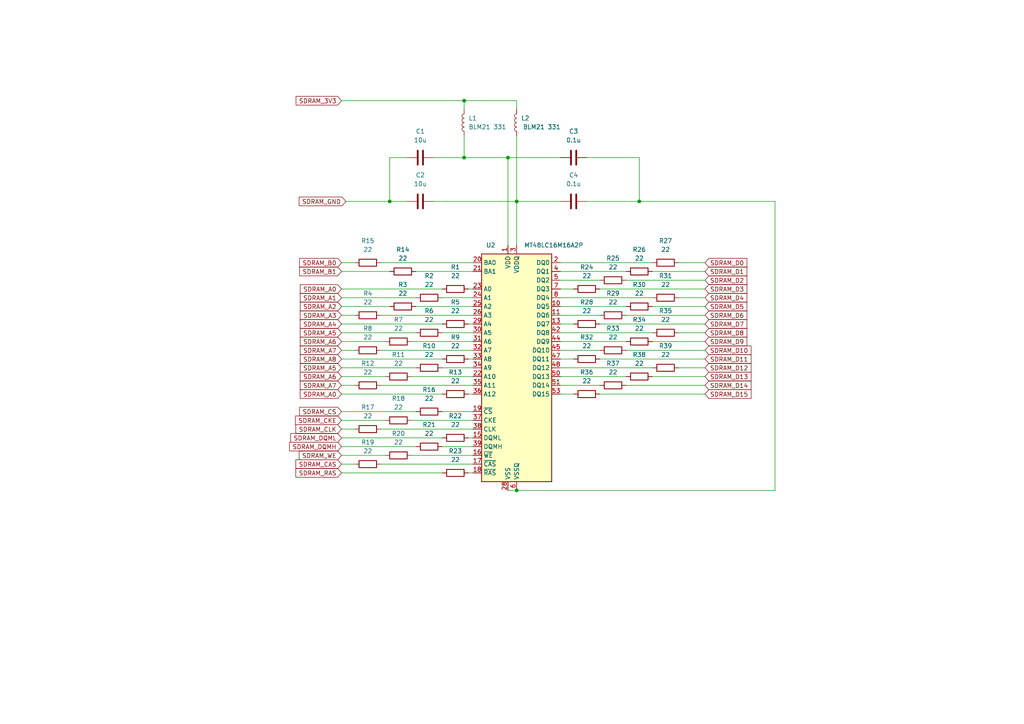
<source format=kicad_sch>
(kicad_sch (version 20250114) (generator "eeschema") (generator_version "9.0")
  (paper "A4")
  (lib_symbols
    (symbol "Device:C" (pin_numbers (hide yes)) (pin_names (offset 0.254))
      (property "Reference" "C" (at 0.635 2.54 0))
      (property "Value" "C" (at 0.635 -2.54 0))
      (symbol "C_0_1"
        (polyline (pts (xy -2.032 0.762) (xy 2.032 0.762)) (stroke (width 0.508)))
        (polyline (pts (xy -2.032 -0.762) (xy 2.032 -0.762)) (stroke (width 0.508)))
      )
      (symbol "C_1_1"
        (pin passive line (at 0 3.81 270) (length 2.794) (name "~") (number "1"))
        (pin passive line (at 0 -3.81 90) (length 2.794) (name "~") (number "2"))
      )
    )
    (symbol "Device:L" (pin_numbers (hide yes)) (pin_names (offset 1.016) (hide yes))
      (property "Reference" "L" (at -1.27 0 90))
      (property "Value" "L" (at 1.905 0 90))
      (symbol "L_0_1"
        (arc (start 0 2.54) (mid 0.6323 1.905) (end 0 1.27))
        (arc (start 0 1.27) (mid 0.6323 0.635) (end 0 0))
        (arc (start 0 0) (mid 0.6323 -0.635) (end 0 -1.27))
        (arc (start 0 -1.27) (mid 0.6323 -1.905) (end 0 -2.54))
      )
      (symbol "L_1_1"
        (pin passive line (at 0 3.81 270) (length 1.27) (name "1") (number "1"))
        (pin passive line (at 0 -3.81 90) (length 1.27) (name "2") (number "2"))
      )
    )
    (symbol "Device:R" (pin_numbers (hide yes)) (pin_names (offset 0))
      (property "Reference" "R" (at 2.032 0 90))
      (property "Value" "R" (at 0 0 90))
      (symbol "R_0_1"
        (rectangle (start -1.016 -2.54) (end 1.016 2.54) (stroke (width 0.254)))
      )
      (symbol "R_1_1"
        (pin passive line (at 0 3.81 270) (length 1.27) (name "~") (number "1"))
        (pin passive line (at 0 -3.81 90) (length 1.27) (name "~") (number "2"))
      )
    )
    (symbol "Memory_RAM:MT48LC16M16A2P"
      (property "Reference" "U" (at -8.89 34.29 0))
      (property "Value" "MT48LC16M16A2P" (at 8.89 34.29 0))
      (symbol "MT48LC16M16A2P_0_1"
        (rectangle (start -10.16 33.02) (end 10.16 -33.02) (stroke (width 0.254)) (fill (type background)))
      )
      (symbol "MT48LC16M16A2P_1_1"
        (pin input line (at -12.7 30.48 0) (length 2.54) (name "BA0") (number "20"))
        (pin input line (at -12.7 27.94 0) (length 2.54) (name "BA1") (number "21"))
        (pin input line (at -12.7 22.86 0) (length 2.54) (name "A0") (number "23"))
        (pin input line (at -12.7 20.32 0) (length 2.54) (name "A1") (number "24"))
        (pin input line (at -12.7 17.78 0) (length 2.54) (name "A2") (number "25"))
        (pin input line (at -12.7 15.24 0) (length 2.54) (name "A3") (number "26"))
        (pin input line (at -12.7 12.7 0) (length 2.54) (name "A4") (number "29"))
        (pin input line (at -12.7 10.16 0) (length 2.54) (name "A5") (number "30"))
        (pin input line (at -12.7 7.62 0) (length 2.54) (name "A6") (number "31"))
        (pin input line (at -12.7 5.08 0) (length 2.54) (name "A7") (number "32"))
        (pin input line (at -12.7 2.54 0) (length 2.54) (name "A8") (number "33"))
        (pin input line (at -12.7 0 0) (length 2.54) (name "A9") (number "34"))
        (pin input line (at -12.7 -2.54 0) (length 2.54) (name "A10") (number "22"))
        (pin input line (at -12.7 -5.08 0) (length 2.54) (name "A11") (number "35"))
        (pin input line (at -12.7 -7.62 0) (length 2.54) (name "A12") (number "36"))
        (pin input line (at -12.7 -12.7 0) (length 2.54) (name "~{CS}") (number "19"))
        (pin input line (at -12.7 -15.24 0) (length 2.54) (name "CKE") (number "37"))
        (pin input line (at -12.7 -17.78 0) (length 2.54) (name "CLK") (number "38"))
        (pin input line (at -12.7 -20.32 0) (length 2.54) (name "DQML") (number "15"))
        (pin input line (at -12.7 -22.86 0) (length 2.54) (name "DQMH") (number "39"))
        (pin input line (at -12.7 -25.4 0) (length 2.54) (name "~{WE}") (number "16"))
        (pin input line (at -12.7 -27.94 0) (length 2.54) (name "~{CAS}") (number "17"))
        (pin input line (at -12.7 -30.48 0) (length 2.54) (name "~{RAS}") (number "18"))
        (pin power_in line (at -2.54 35.56 270) (length 2.54) (name "VDD") (number "1"))
        (pin passive line (at -2.54 35.56 270) (length 2.54) (hide yes) (name "VDD") (number "14"))
        (pin passive line (at -2.54 35.56 270) (length 2.54) (hide yes) (name "VDD") (number "27"))
        (pin power_in line (at -2.54 -35.56 90) (length 2.54) (name "VSS") (number "28"))
        (pin passive line (at -2.54 -35.56 90) (length 2.54) (hide yes) (name "VSS") (number "41"))
        (pin passive line (at -2.54 -35.56 90) (length 2.54) (hide yes) (name "VSS") (number "54"))
        (pin power_in line (at 0 35.56 270) (length 2.54) (name "VDDQ") (number "3"))
        (pin passive line (at 0 35.56 270) (length 2.54) (hide yes) (name "VDDQ") (number "43"))
        (pin passive line (at 0 35.56 270) (length 2.54) (hide yes) (name "VDDQ") (number "49"))
        (pin passive line (at 0 35.56 270) (length 2.54) (hide yes) (name "VDDQ") (number "9"))
        (pin passive line (at 0 -35.56 90) (length 2.54) (hide yes) (name "VSSQ") (number "12"))
        (pin passive line (at 0 -35.56 90) (length 2.54) (hide yes) (name "VSSQ") (number "46"))
        (pin passive line (at 0 -35.56 90) (length 2.54) (hide yes) (name "VSSQ") (number "52"))
        (pin power_in line (at 0 -35.56 90) (length 2.54) (name "VSSQ") (number "6"))
        (pin no_connect line (at 10.16 -20.32 180) (length 2.54) (hide yes) (name "NC") (number "40"))
        (pin bidirectional line (at 12.7 30.48 180) (length 2.54) (name "DQ0") (number "2"))
        (pin bidirectional line (at 12.7 27.94 180) (length 2.54) (name "DQ1") (number "4"))
        (pin bidirectional line (at 12.7 25.4 180) (length 2.54) (name "DQ2") (number "5"))
        (pin bidirectional line (at 12.7 22.86 180) (length 2.54) (name "DQ3") (number "7"))
        (pin bidirectional line (at 12.7 20.32 180) (length 2.54) (name "DQ4") (number "8"))
        (pin bidirectional line (at 12.7 17.78 180) (length 2.54) (name "DQ5") (number "10"))
        (pin bidirectional line (at 12.7 15.24 180) (length 2.54) (name "DQ6") (number "11"))
        (pin bidirectional line (at 12.7 12.7 180) (length 2.54) (name "DQ7") (number "13"))
        (pin bidirectional line (at 12.7 10.16 180) (length 2.54) (name "DQ8") (number "42"))
        (pin bidirectional line (at 12.7 7.62 180) (length 2.54) (name "DQ9") (number "44"))
        (pin bidirectional line (at 12.7 5.08 180) (length 2.54) (name "DQ10") (number "45"))
        (pin bidirectional line (at 12.7 2.54 180) (length 2.54) (name "DQ11") (number "47"))
        (pin bidirectional line (at 12.7 0 180) (length 2.54) (name "DQ12") (number "48"))
        (pin bidirectional line (at 12.7 -2.54 180) (length 2.54) (name "DQ13") (number "50"))
        (pin bidirectional line (at 12.7 -5.08 180) (length 2.54) (name "DQ14") (number "51"))
        (pin bidirectional line (at 12.7 -7.62 180) (length 2.54) (name "DQ15") (number "53"))
      )
    )
  )
  (junction (at 149.86 142.24))
  (junction (at 185.42 58.42))
  (junction (at 149.86 58.42))
  (junction (at 134.62 29.21))
  (junction (at 147.32 45.72))
  (junction (at 113.03 58.42))
  (junction (at 134.62 45.72))
  (wire (pts (xy 181.61 91.44) (xy 204.47 91.44)))
  (wire (pts (xy 162.56 78.74) (xy 181.61 78.74)))
  (wire (pts (xy 189.23 109.22) (xy 204.47 109.22)))
  (wire (pts (xy 128.27 129.54) (xy 137.16 129.54)))
  (wire (pts (xy 110.49 76.2) (xy 137.16 76.2)))
  (wire (pts (xy 162.56 106.68) (xy 189.23 106.68)))
  (wire (pts (xy 162.56 101.6) (xy 173.99 101.6)))
  (wire (pts (xy 149.86 142.24) (xy 224.79 142.24)))
  (wire (pts (xy 99.06 91.44) (xy 102.87 91.44)))
  (wire (pts (xy 128.27 119.38) (xy 137.16 119.38)))
  (wire (pts (xy 181.61 101.6) (xy 204.47 101.6)))
  (wire (pts (xy 173.99 93.98) (xy 204.47 93.98)))
  (wire (pts (xy 134.62 29.21) (xy 149.86 29.21)))
  (wire (pts (xy 100.33 58.42) (xy 113.03 58.42)))
  (wire (pts (xy 119.38 109.22) (xy 137.16 109.22)))
  (wire (pts (xy 99.06 93.98) (xy 128.27 93.98)))
  (wire (pts (xy 99.06 124.46) (xy 102.87 124.46)))
  (wire (pts (xy 99.06 78.74) (xy 113.03 78.74)))
  (wire (pts (xy 99.06 86.36) (xy 120.65 86.36)))
  (wire (pts (xy 99.06 119.38) (xy 120.65 119.38)))
  (wire (pts (xy 99.06 137.16) (xy 128.27 137.16)))
  (wire (pts (xy 110.49 134.62) (xy 137.16 134.62)))
  (wire (pts (xy 185.42 58.42) (xy 185.42 45.72)))
  (wire (pts (xy 189.23 88.9) (xy 204.47 88.9)))
  (wire (pts (xy 162.56 86.36) (xy 189.23 86.36)))
  (wire (pts (xy 135.89 93.98) (xy 137.16 93.98)))
  (wire (pts (xy 134.62 45.72) (xy 125.73 45.72)))
  (wire (pts (xy 134.62 29.21) (xy 134.62 31.75)))
  (wire (pts (xy 224.79 142.24) (xy 224.79 58.42)))
  (wire (pts (xy 113.03 45.72) (xy 118.11 45.72)))
  (wire (pts (xy 147.32 45.72) (xy 134.62 45.72)))
  (wire (pts (xy 110.49 91.44) (xy 137.16 91.44)))
  (wire (pts (xy 113.03 58.42) (xy 118.11 58.42)))
  (wire (pts (xy 110.49 101.6) (xy 137.16 101.6)))
  (wire (pts (xy 181.61 81.28) (xy 204.47 81.28)))
  (wire (pts (xy 99.06 127) (xy 128.27 127)))
  (wire (pts (xy 196.85 106.68) (xy 204.47 106.68)))
  (wire (pts (xy 134.62 39.37) (xy 134.62 45.72)))
  (wire (pts (xy 162.56 83.82) (xy 166.37 83.82)))
  (wire (pts (xy 128.27 86.36) (xy 137.16 86.36)))
  (wire (pts (xy 99.06 109.22) (xy 111.76 109.22)))
  (wire (pts (xy 147.32 45.72) (xy 162.56 45.72)))
  (wire (pts (xy 99.06 129.54) (xy 120.65 129.54)))
  (wire (pts (xy 99.06 106.68) (xy 120.65 106.68)))
  (wire (pts (xy 149.86 29.21) (xy 149.86 31.75)))
  (wire (pts (xy 149.86 58.42) (xy 149.86 71.12)))
  (wire (pts (xy 119.38 121.92) (xy 137.16 121.92)))
  (wire (pts (xy 113.03 58.42) (xy 113.03 45.72)))
  (wire (pts (xy 120.65 78.74) (xy 137.16 78.74)))
  (wire (pts (xy 99.06 134.62) (xy 102.87 134.62)))
  (wire (pts (xy 128.27 96.52) (xy 137.16 96.52)))
  (wire (pts (xy 135.89 114.3) (xy 137.16 114.3)))
  (wire (pts (xy 162.56 99.06) (xy 181.61 99.06)))
  (wire (pts (xy 99.06 132.08) (xy 111.76 132.08)))
  (wire (pts (xy 149.86 58.42) (xy 162.56 58.42)))
  (wire (pts (xy 181.61 111.76) (xy 204.47 111.76)))
  (wire (pts (xy 173.99 104.14) (xy 204.47 104.14)))
  (wire (pts (xy 162.56 104.14) (xy 166.37 104.14)))
  (wire (pts (xy 196.85 96.52) (xy 204.47 96.52)))
  (wire (pts (xy 196.85 76.2) (xy 204.47 76.2)))
  (wire (pts (xy 170.18 58.42) (xy 185.42 58.42)))
  (wire (pts (xy 162.56 109.22) (xy 181.61 109.22)))
  (wire (pts (xy 99.06 88.9) (xy 113.03 88.9)))
  (wire (pts (xy 125.73 58.42) (xy 149.86 58.42)))
  (wire (pts (xy 185.42 45.72) (xy 170.18 45.72)))
  (wire (pts (xy 189.23 99.06) (xy 204.47 99.06)))
  (wire (pts (xy 99.06 29.21) (xy 134.62 29.21)))
  (wire (pts (xy 135.89 127) (xy 137.16 127)))
  (wire (pts (xy 162.56 81.28) (xy 173.99 81.28)))
  (wire (pts (xy 147.32 142.24) (xy 149.86 142.24)))
  (wire (pts (xy 110.49 124.46) (xy 137.16 124.46)))
  (wire (pts (xy 128.27 106.68) (xy 137.16 106.68)))
  (wire (pts (xy 224.79 58.42) (xy 185.42 58.42)))
  (wire (pts (xy 99.06 121.92) (xy 111.76 121.92)))
  (wire (pts (xy 120.65 88.9) (xy 137.16 88.9)))
  (wire (pts (xy 135.89 83.82) (xy 137.16 83.82)))
  (wire (pts (xy 162.56 96.52) (xy 189.23 96.52)))
  (wire (pts (xy 99.06 111.76) (xy 102.87 111.76)))
  (wire (pts (xy 135.89 137.16) (xy 137.16 137.16)))
  (wire (pts (xy 99.06 99.06) (xy 111.76 99.06)))
  (wire (pts (xy 99.06 83.82) (xy 128.27 83.82)))
  (wire (pts (xy 99.06 76.2) (xy 102.87 76.2)))
  (wire (pts (xy 99.06 104.14) (xy 128.27 104.14)))
  (wire (pts (xy 173.99 83.82) (xy 204.47 83.82)))
  (wire (pts (xy 99.06 114.3) (xy 128.27 114.3)))
  (wire (pts (xy 149.86 39.37) (xy 149.86 58.42)))
  (wire (pts (xy 196.85 86.36) (xy 204.47 86.36)))
  (wire (pts (xy 173.99 114.3) (xy 204.47 114.3)))
  (wire (pts (xy 162.56 93.98) (xy 166.37 93.98)))
  (wire (pts (xy 189.23 78.74) (xy 204.47 78.74)))
  (wire (pts (xy 162.56 111.76) (xy 173.99 111.76)))
  (wire (pts (xy 162.56 88.9) (xy 181.61 88.9)))
  (wire (pts (xy 110.49 111.76) (xy 137.16 111.76)))
  (wire (pts (xy 135.89 104.14) (xy 137.16 104.14)))
  (wire (pts (xy 99.06 101.6) (xy 102.87 101.6)))
  (wire (pts (xy 147.32 71.12) (xy 147.32 45.72)))
  (wire (pts (xy 119.38 99.06) (xy 137.16 99.06)))
  (wire (pts (xy 162.56 76.2) (xy 189.23 76.2)))
  (wire (pts (xy 99.06 96.52) (xy 120.65 96.52)))
  (wire (pts (xy 162.56 114.3) (xy 166.37 114.3)))
  (wire (pts (xy 119.38 132.08) (xy 137.16 132.08)))
  (wire (pts (xy 162.56 91.44) (xy 173.99 91.44)))
  (global_label "SDRAM_A5" (shape input) (at 99.06 96.52 180) (property "Intersheetrefs" "${INTERSHEET_REFS}" (effects (hide yes))))
  (global_label "SDRAM_CKE" (shape input) (at 99.06 121.92 180) (property "Intersheetrefs" "${INTERSHEET_REFS}" (effects (hide yes))))
  (global_label "SDRAM_DQML" (shape input) (at 99.06 127 180) (property "Intersheetrefs" "${INTERSHEET_REFS}" (effects (hide yes))))
  (global_label "SDRAM_D2" (shape input) (at 204.47 81.28 0) (property "Intersheetrefs" "${INTERSHEET_REFS}" (effects (hide yes))))
  (global_label "SDRAM_A1" (shape input) (at 99.06 86.36 180) (property "Intersheetrefs" "${INTERSHEET_REFS}" (effects (hide yes))))
  (global_label "SDRAM_A6" (shape input) (at 99.06 99.06 180) (property "Intersheetrefs" "${INTERSHEET_REFS}" (effects (hide yes))))
  (global_label "SDRAM_B0" (shape input) (at 99.06 76.2 180) (property "Intersheetrefs" "${INTERSHEET_REFS}" (effects (hide yes))))
  (global_label "SDRAM_A0" (shape input) (at 99.06 114.3 180) (property "Intersheetrefs" "${INTERSHEET_REFS}" (effects (hide yes))))
  (global_label "SDRAM_A6" (shape input) (at 99.06 109.22 180) (property "Intersheetrefs" "${INTERSHEET_REFS}" (effects (hide yes))))
  (global_label "SDRAM_DQMH" (shape input) (at 99.06 129.54 180) (property "Intersheetrefs" "${INTERSHEET_REFS}" (effects (hide yes))))
  (global_label "SDRAM_A0" (shape input) (at 99.06 83.82 180) (property "Intersheetrefs" "${INTERSHEET_REFS}" (effects (hide yes))))
  (global_label "SDRAM_A3" (shape input) (at 99.06 91.44 180) (property "Intersheetrefs" "${INTERSHEET_REFS}" (effects (hide yes))))
  (global_label "SDRAM_WE" (shape input) (at 99.06 132.08 180) (property "Intersheetrefs" "${INTERSHEET_REFS}" (effects (hide yes))))
  (global_label "SDRAM_RAS" (shape input) (at 99.06 137.16 180) (property "Intersheetrefs" "${INTERSHEET_REFS}" (effects (hide yes))))
  (global_label "SDRAM_A7" (shape input) (at 99.06 101.6 180) (property "Intersheetrefs" "${INTERSHEET_REFS}" (effects (hide yes))))
  (global_label "SDRAM_D14" (shape input) (at 204.47 111.76 0) (property "Intersheetrefs" "${INTERSHEET_REFS}" (effects (hide yes))))
  (global_label "SDRAM_CAS" (shape input) (at 99.06 134.62 180) (property "Intersheetrefs" "${INTERSHEET_REFS}" (effects (hide yes))))
  (global_label "SDRAM_3V3" (shape input) (at 99.06 29.21 180) (property "Intersheetrefs" "${INTERSHEET_REFS}" (effects (hide yes))))
  (global_label "SDRAM_D13" (shape input) (at 204.47 109.22 0) (property "Intersheetrefs" "${INTERSHEET_REFS}" (effects (hide yes))))
  (global_label "SDRAM_A5" (shape input) (at 99.06 106.68 180) (property "Intersheetrefs" "${INTERSHEET_REFS}" (effects (hide yes))))
  (global_label "SDRAM_D10" (shape input) (at 204.47 101.6 0) (property "Intersheetrefs" "${INTERSHEET_REFS}" (effects (hide yes))))
  (global_label "SDRAM_D4" (shape input) (at 204.47 86.36 0) (property "Intersheetrefs" "${INTERSHEET_REFS}" (effects (hide yes))))
  (global_label "SDRAM_A7" (shape input) (at 99.06 111.76 180) (property "Intersheetrefs" "${INTERSHEET_REFS}" (effects (hide yes))))
  (global_label "SDRAM_D5" (shape input) (at 204.47 88.9 0) (property "Intersheetrefs" "${INTERSHEET_REFS}" (effects (hide yes))))
  (global_label "SDRAM_D0" (shape input) (at 204.47 76.2 0) (property "Intersheetrefs" "${INTERSHEET_REFS}" (effects (hide yes))))
  (global_label "SDRAM_A4" (shape input) (at 99.06 93.98 180) (property "Intersheetrefs" "${INTERSHEET_REFS}" (effects (hide yes))))
  (global_label "SDRAM_D12" (shape input) (at 204.47 106.68 0) (property "Intersheetrefs" "${INTERSHEET_REFS}" (effects (hide yes))))
  (global_label "SDRAM_D3" (shape input) (at 204.47 83.82 0) (property "Intersheetrefs" "${INTERSHEET_REFS}" (effects (hide yes))))
  (global_label "SDRAM_A8" (shape input) (at 99.06 104.14 180) (property "Intersheetrefs" "${INTERSHEET_REFS}" (effects (hide yes))))
  (global_label "SDRAM_B1" (shape input) (at 99.06 78.74 180) (property "Intersheetrefs" "${INTERSHEET_REFS}" (effects (hide yes))))
  (global_label "SDRAM_A2" (shape input) (at 99.06 88.9 180) (property "Intersheetrefs" "${INTERSHEET_REFS}" (effects (hide yes))))
  (global_label "SDRAM_D9" (shape input) (at 204.47 99.06 0) (property "Intersheetrefs" "${INTERSHEET_REFS}" (effects (hide yes))))
  (global_label "SDRAM_D7" (shape input) (at 204.47 93.98 0) (property "Intersheetrefs" "${INTERSHEET_REFS}" (effects (hide yes))))
  (global_label "SDRAM_CLK" (shape input) (at 99.06 124.46 180) (property "Intersheetrefs" "${INTERSHEET_REFS}" (effects (hide yes))))
  (global_label "SDRAM_CS" (shape input) (at 99.06 119.38 180) (property "Intersheetrefs" "${INTERSHEET_REFS}" (effects (hide yes))))
  (global_label "SDRAM_D6" (shape input) (at 204.47 91.44 0) (property "Intersheetrefs" "${INTERSHEET_REFS}" (effects (hide yes))))
  (global_label "SDRAM_D8" (shape input) (at 204.47 96.52 0) (property "Intersheetrefs" "${INTERSHEET_REFS}" (effects (hide yes))))
  (global_label "SDRAM_D11" (shape input) (at 204.47 104.14 0) (property "Intersheetrefs" "${INTERSHEET_REFS}" (effects (hide yes))))
  (global_label "SDRAM_GND" (shape input) (at 100.33 58.42 180) (property "Intersheetrefs" "${INTERSHEET_REFS}" (effects (hide yes))))
  (global_label "SDRAM_D1" (shape input) (at 204.47 78.74 0) (property "Intersheetrefs" "${INTERSHEET_REFS}" (effects (hide yes))))
  (global_label "SDRAM_D15" (shape input) (at 204.47 114.3 0) (property "Intersheetrefs" "${INTERSHEET_REFS}" (effects (hide yes))))
  (symbol (lib_id "Device:R") (at 193.04 76.2 90) (unit 1)
    (property "Reference" "R27" (at 193.04 69.85 90))
    (property "Value" "22" (at 193.04 72.39 90))
    (property "Footprint" "Resistor_SMD:R_0805_2012Metric_Pad1.20x1.40mm_HandSolder" (effects (hide yes)))
    (property "Description" "Resistor" (effects (hide yes)))
  )
  (symbol (lib_id "Device:R") (at 132.08 83.82 90) (unit 1)
    (property "Reference" "R1" (at 132.08 77.47 90))
    (property "Value" "22" (at 132.08 80.01 90))
    (property "Footprint" "Resistor_SMD:R_0805_2012Metric_Pad1.20x1.40mm_HandSolder" (effects (hide yes)))
    (property "Description" "Resistor" (effects (hide yes)))
  )
  (symbol (lib_id "Device:R") (at 115.57 99.06 90) (unit 1)
    (property "Reference" "R7" (at 115.57 92.71 90))
    (property "Value" "22" (at 115.57 95.25 90))
    (property "Footprint" "Resistor_SMD:R_0805_2012Metric_Pad1.20x1.40mm_HandSolder" (effects (hide yes)))
    (property "Description" "Resistor" (effects (hide yes)))
  )
  (symbol (lib_id "Device:R") (at 132.08 127 90) (unit 1)
    (property "Reference" "R22" (at 132.08 120.65 90))
    (property "Value" "22" (at 132.08 123.19 90))
    (property "Footprint" "Resistor_SMD:R_0805_2012Metric_Pad1.20x1.40mm_HandSolder" (effects (hide yes)))
    (property "Description" "Resistor" (effects (hide yes)))
  )
  (symbol (lib_id "Device:R") (at 124.46 86.36 90) (unit 1)
    (property "Reference" "R2" (at 124.46 80.01 90))
    (property "Value" "22" (at 124.46 82.55 90))
    (property "Footprint" "Resistor_SMD:R_0805_2012Metric_Pad1.20x1.40mm_HandSolder" (effects (hide yes)))
    (property "Description" "Resistor" (effects (hide yes)))
  )
  (symbol (lib_id "Device:R") (at 177.8 91.44 90) (unit 1)
    (property "Reference" "R29" (at 177.8 85.09 90))
    (property "Value" "22" (at 177.8 87.63 90))
    (property "Footprint" "Resistor_SMD:R_0805_2012Metric_Pad1.20x1.40mm_HandSolder" (effects (hide yes)))
    (property "Description" "Resistor" (effects (hide yes)))
  )
  (symbol (lib_id "Device:R") (at 124.46 96.52 90) (unit 1)
    (property "Reference" "R6" (at 124.46 90.17 90))
    (property "Value" "22" (at 124.46 92.71 90))
    (property "Footprint" "Resistor_SMD:R_0805_2012Metric_Pad1.20x1.40mm_HandSolder" (effects (hide yes)))
    (property "Description" "Resistor" (effects (hide yes)))
  )
  (symbol (lib_id "Device:R") (at 185.42 109.22 90) (unit 1)
    (property "Reference" "R38" (at 185.42 102.87 90))
    (property "Value" "22" (at 185.42 105.41 90))
    (property "Footprint" "Resistor_SMD:R_0805_2012Metric_Pad1.20x1.40mm_HandSolder" (effects (hide yes)))
    (property "Description" "Resistor" (effects (hide yes)))
  )
  (symbol (lib_id "Device:R") (at 177.8 101.6 90) (unit 1)
    (property "Reference" "R33" (at 177.8 95.25 90))
    (property "Value" "22" (at 177.8 97.79 90))
    (property "Footprint" "Resistor_SMD:R_0805_2012Metric_Pad1.20x1.40mm_HandSolder" (effects (hide yes)))
    (property "Description" "Resistor" (effects (hide yes)))
  )
  (symbol (lib_id "Device:R") (at 185.42 78.74 90) (unit 1)
    (property "Reference" "R26" (at 185.42 72.39 90))
    (property "Value" "22" (at 185.42 74.93 90))
    (property "Footprint" "Resistor_SMD:R_0805_2012Metric_Pad1.20x1.40mm_HandSolder" (effects (hide yes)))
    (property "Description" "Resistor" (effects (hide yes)))
  )
  (symbol (lib_id "Device:R") (at 170.18 83.82 90) (unit 1)
    (property "Reference" "R24" (at 170.18 77.47 90))
    (property "Value" "22" (at 170.18 80.01 90))
    (property "Footprint" "Resistor_SMD:R_0805_2012Metric_Pad1.20x1.40mm_HandSolder" (effects (hide yes)))
    (property "Description" "Resistor" (effects (hide yes)))
  )
  (symbol (lib_id "Device:R") (at 177.8 111.76 90) (unit 1)
    (property "Reference" "R37" (at 177.8 105.41 90))
    (property "Value" "22" (at 177.8 107.95 90))
    (property "Footprint" "Resistor_SMD:R_0805_2012Metric_Pad1.20x1.40mm_HandSolder" (effects (hide yes)))
    (property "Description" "Resistor" (effects (hide yes)))
  )
  (symbol (lib_id "Device:R") (at 115.57 109.22 90) (unit 1)
    (property "Reference" "R11" (at 115.57 102.87 90))
    (property "Value" "22" (at 115.57 105.41 90))
    (property "Footprint" "Resistor_SMD:R_0805_2012Metric_Pad1.20x1.40mm_HandSolder" (effects (hide yes)))
    (property "Description" "Resistor" (effects (hide yes)))
  )
  (symbol (lib_id "Device:R") (at 116.84 88.9 90) (unit 1)
    (property "Reference" "R3" (at 116.84 82.55 90))
    (property "Value" "22" (at 116.84 85.09 90))
    (property "Footprint" "Resistor_SMD:R_0805_2012Metric_Pad1.20x1.40mm_HandSolder" (effects (hide yes)))
    (property "Description" "Resistor" (effects (hide yes)))
  )
  (symbol (lib_id "Device:R") (at 170.18 104.14 90) (unit 1)
    (property "Reference" "R32" (at 170.18 97.79 90))
    (property "Value" "22" (at 170.18 100.33 90))
    (property "Footprint" "Resistor_SMD:R_0805_2012Metric_Pad1.20x1.40mm_HandSolder" (effects (hide yes)))
    (property "Description" "Resistor" (effects (hide yes)))
  )
  (symbol (lib_id "Device:R") (at 132.08 137.16 90) (unit 1)
    (property "Reference" "R23" (at 132.08 130.81 90))
    (property "Value" "22" (at 132.08 133.35 90))
    (property "Footprint" "Resistor_SMD:R_0805_2012Metric_Pad1.20x1.40mm_HandSolder" (effects (hide yes)))
    (property "Description" "Resistor" (effects (hide yes)))
  )
  (symbol (lib_id "Device:R") (at 124.46 119.38 90) (unit 1)
    (property "Reference" "R16" (at 124.46 113.03 90))
    (property "Value" "22" (at 124.46 115.57 90))
    (property "Footprint" "Resistor_SMD:R_0805_2012Metric_Pad1.20x1.40mm_HandSolder" (effects (hide yes)))
    (property "Description" "Resistor" (effects (hide yes)))
  )
  (symbol (lib_id "Device:R") (at 116.84 78.74 90) (unit 1)
    (property "Reference" "R14" (at 116.84 72.39 90))
    (property "Value" "22" (at 116.84 74.93 90))
    (property "Footprint" "Resistor_SMD:R_0805_2012Metric_Pad1.20x1.40mm_HandSolder" (effects (hide yes)))
    (property "Description" "Resistor" (effects (hide yes)))
  )
  (symbol (lib_id "Device:R") (at 177.8 81.28 90) (unit 1)
    (property "Reference" "R25" (at 177.8 74.93 90))
    (property "Value" "22" (at 177.8 77.47 90))
    (property "Footprint" "Resistor_SMD:R_0805_2012Metric_Pad1.20x1.40mm_HandSolder" (effects (hide yes)))
    (property "Description" "Resistor" (effects (hide yes)))
  )
  (symbol (lib_id "Device:R") (at 106.68 76.2 90) (unit 1)
    (property "Reference" "R15" (at 106.68 69.85 90))
    (property "Value" "22" (at 106.68 72.39 90))
    (property "Footprint" "Resistor_SMD:R_0805_2012Metric_Pad1.20x1.40mm_HandSolder" (effects (hide yes)))
    (property "Description" "Resistor" (effects (hide yes)))
  )
  (symbol (lib_id "Device:R") (at 185.42 99.06 90) (unit 1)
    (property "Reference" "R34" (at 185.42 92.71 90))
    (property "Value" "22" (at 185.42 95.25 90))
    (property "Footprint" "Resistor_SMD:R_0805_2012Metric_Pad1.20x1.40mm_HandSolder" (effects (hide yes)))
    (property "Description" "Resistor" (effects (hide yes)))
  )
  (symbol (lib_id "Device:R") (at 115.57 121.92 90) (unit 1)
    (property "Reference" "R18" (at 115.57 115.57 90))
    (property "Value" "22" (at 115.57 118.11 90))
    (property "Footprint" "Resistor_SMD:R_0805_2012Metric_Pad1.20x1.40mm_HandSolder" (effects (hide yes)))
    (property "Description" "Resistor" (effects (hide yes)))
  )
  (symbol (lib_id "Memory_RAM:MT48LC16M16A2P") (at 149.86 106.68 0) (unit 1)
    (property "Reference" "U2" (at 140.97 71.12 0) (effects (justify left)))
    (property "Value" "MT48LC16M16A2P" (at 152.0033 71.12 0) (effects (justify left)))
    (property "Footprint" "Package_SO:TSOP-II-54_22.2x10.16mm_P0.8mm" (effects (hide yes)))
    (property "Datasheet" "https://www.micron.com/-/media/client/global/documents/products/data-sheet/dram/256mb_sdr.pdf" (effects (hide yes)))
    (property "Description" "256M – (16M x 16 bit) Synchronous DRAM (SDRAM), TSOP-II-54" (effects (hide yes)))
  )
  (symbol (lib_id "Device:R") (at 106.68 111.76 90) (unit 1)
    (property "Reference" "R12" (at 106.68 105.41 90))
    (property "Value" "22" (at 106.68 107.95 90))
    (property "Footprint" "Resistor_SMD:R_0805_2012Metric_Pad1.20x1.40mm_HandSolder" (effects (hide yes)))
    (property "Description" "Resistor" (effects (hide yes)))
  )
  (symbol (lib_id "Device:R") (at 185.42 88.9 90) (unit 1)
    (property "Reference" "R30" (at 185.42 82.55 90))
    (property "Value" "22" (at 185.42 85.09 90))
    (property "Footprint" "Resistor_SMD:R_0805_2012Metric_Pad1.20x1.40mm_HandSolder" (effects (hide yes)))
    (property "Description" "Resistor" (effects (hide yes)))
  )
  (symbol (lib_id "Device:R") (at 193.04 106.68 90) (unit 1)
    (property "Reference" "R39" (at 193.04 100.33 90))
    (property "Value" "22" (at 193.04 102.87 90))
    (property "Footprint" "Resistor_SMD:R_0805_2012Metric_Pad1.20x1.40mm_HandSolder" (effects (hide yes)))
    (property "Description" "Resistor" (effects (hide yes)))
  )
  (symbol (lib_id "Device:R") (at 124.46 129.54 90) (unit 1)
    (property "Reference" "R21" (at 124.46 123.19 90))
    (property "Value" "22" (at 124.46 125.73 90))
    (property "Footprint" "Resistor_SMD:R_0805_2012Metric_Pad1.20x1.40mm_HandSolder" (effects (hide yes)))
    (property "Description" "Resistor" (effects (hide yes)))
  )
  (symbol (lib_id "Device:L") (at 134.62 35.56 180) (unit 1)
    (property "Reference" "L1" (at 135.89 34.2899 0) (effects (justify right)))
    (property "Value" "BLM21 331" (at 135.89 36.8299 0) (effects (justify right)))
    (property "Footprint" "Inductor_SMD:L_0805_2012Metric_Pad1.05x1.20mm_HandSolder" (effects (hide yes)))
    (property "Description" "Inductor" (effects (hide yes)))
  )
  (symbol (lib_id "Device:R") (at 132.08 114.3 90) (unit 1)
    (property "Reference" "R13" (at 132.08 107.95 90))
    (property "Value" "22" (at 132.08 110.49 90))
    (property "Footprint" "Resistor_SMD:R_0805_2012Metric_Pad1.20x1.40mm_HandSolder" (effects (hide yes)))
    (property "Description" "Resistor" (effects (hide yes)))
  )
  (symbol (lib_id "Device:C") (at 166.37 58.42 90) (unit 1)
    (property "Reference" "C4" (at 166.37 50.8 90))
    (property "Value" "0.1u" (at 166.37 53.34 90))
    (property "Footprint" "Capacitor_SMD:C_0805_2012Metric_Pad1.18x1.45mm_HandSolder" (effects (hide yes)))
    (property "Description" "Unpolarized capacitor" (effects (hide yes)))
  )
  (symbol (lib_id "Device:R") (at 106.68 101.6 90) (unit 1)
    (property "Reference" "R8" (at 106.68 95.25 90))
    (property "Value" "22" (at 106.68 97.79 90))
    (property "Footprint" "Resistor_SMD:R_0805_2012Metric_Pad1.20x1.40mm_HandSolder" (effects (hide yes)))
    (property "Description" "Resistor" (effects (hide yes)))
  )
  (symbol (lib_id "Device:R") (at 132.08 93.98 90) (unit 1)
    (property "Reference" "R5" (at 132.08 87.63 90))
    (property "Value" "22" (at 132.08 90.17 90))
    (property "Footprint" "Resistor_SMD:R_0805_2012Metric_Pad1.20x1.40mm_HandSolder" (effects (hide yes)))
    (property "Description" "Resistor" (effects (hide yes)))
  )
  (symbol (lib_id "Device:R") (at 115.57 132.08 90) (unit 1)
    (property "Reference" "R20" (at 115.57 125.73 90))
    (property "Value" "22" (at 115.57 128.27 90))
    (property "Footprint" "Resistor_SMD:R_0805_2012Metric_Pad1.20x1.40mm_HandSolder" (effects (hide yes)))
    (property "Description" "Resistor" (effects (hide yes)))
  )
  (symbol (lib_id "Device:C") (at 121.92 58.42 90) (unit 1)
    (property "Reference" "C2" (at 121.92 50.8 90))
    (property "Value" "10u" (at 121.92 53.34 90))
    (property "Footprint" "Capacitor_SMD:C_1210_3225Metric_Pad1.33x2.70mm_HandSolder" (effects (hide yes)))
    (property "Description" "Unpolarized capacitor" (effects (hide yes)))
  )
  (symbol (lib_id "Device:R") (at 193.04 96.52 90) (unit 1)
    (property "Reference" "R35" (at 193.04 90.17 90))
    (property "Value" "22" (at 193.04 92.71 90))
    (property "Footprint" "Resistor_SMD:R_0805_2012Metric_Pad1.20x1.40mm_HandSolder" (effects (hide yes)))
    (property "Description" "Resistor" (effects (hide yes)))
  )
  (symbol (lib_id "Device:R") (at 170.18 93.98 90) (unit 1)
    (property "Reference" "R28" (at 170.18 87.63 90))
    (property "Value" "22" (at 170.18 90.17 90))
    (property "Footprint" "Resistor_SMD:R_0805_2012Metric_Pad1.20x1.40mm_HandSolder" (effects (hide yes)))
    (property "Description" "Resistor" (effects (hide yes)))
  )
  (symbol (lib_id "Device:C") (at 121.92 45.72 90) (unit 1)
    (property "Reference" "C1" (at 121.92 38.1 90))
    (property "Value" "10u" (at 121.92 40.64 90))
    (property "Footprint" "Capacitor_SMD:C_1210_3225Metric_Pad1.33x2.70mm_HandSolder" (effects (hide yes)))
    (property "Description" "Unpolarized capacitor" (effects (hide yes)))
  )
  (symbol (lib_id "Device:R") (at 193.04 86.36 90) (unit 1)
    (property "Reference" "R31" (at 193.04 80.01 90))
    (property "Value" "22" (at 193.04 82.55 90))
    (property "Footprint" "Resistor_SMD:R_0805_2012Metric_Pad1.20x1.40mm_HandSolder" (effects (hide yes)))
    (property "Description" "Resistor" (effects (hide yes)))
  )
  (symbol (lib_id "Device:R") (at 124.46 106.68 90) (unit 1)
    (property "Reference" "R10" (at 124.46 100.33 90))
    (property "Value" "22" (at 124.46 102.87 90))
    (property "Footprint" "Resistor_SMD:R_0805_2012Metric_Pad1.20x1.40mm_HandSolder" (effects (hide yes)))
    (property "Description" "Resistor" (effects (hide yes)))
  )
  (symbol (lib_id "Device:L") (at 149.86 35.56 180) (unit 1)
    (property "Reference" "L2" (at 151.13 34.2899 0) (effects (justify right)))
    (property "Value" "BLM21 331" (at 151.638 36.83 0) (effects (justify right)))
    (property "Footprint" "Inductor_SMD:L_0805_2012Metric_Pad1.05x1.20mm_HandSolder" (effects (hide yes)))
    (property "Description" "Inductor" (effects (hide yes)))
  )
  (symbol (lib_id "Device:R") (at 170.18 114.3 90) (unit 1)
    (property "Reference" "R36" (at 170.18 107.95 90))
    (property "Value" "22" (at 170.18 110.49 90))
    (property "Footprint" "Resistor_SMD:R_0805_2012Metric_Pad1.20x1.40mm_HandSolder" (effects (hide yes)))
    (property "Description" "Resistor" (effects (hide yes)))
  )
  (symbol (lib_id "Device:C") (at 166.37 45.72 90) (unit 1)
    (property "Reference" "C3" (at 166.37 38.1 90))
    (property "Value" "0.1u" (at 166.37 40.64 90))
    (property "Footprint" "Capacitor_SMD:C_0805_2012Metric_Pad1.18x1.45mm_HandSolder" (effects (hide yes)))
    (property "Description" "Unpolarized capacitor" (effects (hide yes)))
  )
  (symbol (lib_id "Device:R") (at 132.08 104.14 90) (unit 1)
    (property "Reference" "R9" (at 132.08 97.79 90))
    (property "Value" "22" (at 132.08 100.33 90))
    (property "Footprint" "Resistor_SMD:R_0805_2012Metric_Pad1.20x1.40mm_HandSolder" (effects (hide yes)))
    (property "Description" "Resistor" (effects (hide yes)))
  )
  (symbol (lib_id "Device:R") (at 106.68 134.62 90) (unit 1)
    (property "Reference" "R19" (at 106.68 128.27 90))
    (property "Value" "22" (at 106.68 130.81 90))
    (property "Footprint" "Resistor_SMD:R_0805_2012Metric_Pad1.20x1.40mm_HandSolder" (effects (hide yes)))
    (property "Description" "Resistor" (effects (hide yes)))
  )
  (symbol (lib_id "Device:R") (at 106.68 124.46 90) (unit 1)
    (property "Reference" "R17" (at 106.68 118.11 90))
    (property "Value" "22" (at 106.68 120.65 90))
    (property "Footprint" "Resistor_SMD:R_0805_2012Metric_Pad1.20x1.40mm_HandSolder" (effects (hide yes)))
    (property "Description" "Resistor" (effects (hide yes)))
  )
  (symbol (lib_id "Device:R") (at 106.68 91.44 90) (unit 1)
    (property "Reference" "R4" (at 106.68 85.09 90))
    (property "Value" "22" (at 106.68 87.63 90))
    (property "Footprint" "Resistor_SMD:R_0805_2012Metric_Pad1.20x1.40mm_HandSolder" (effects (hide yes)))
    (property "Description" "Resistor" (effects (hide yes)))
  )
)
</source>
